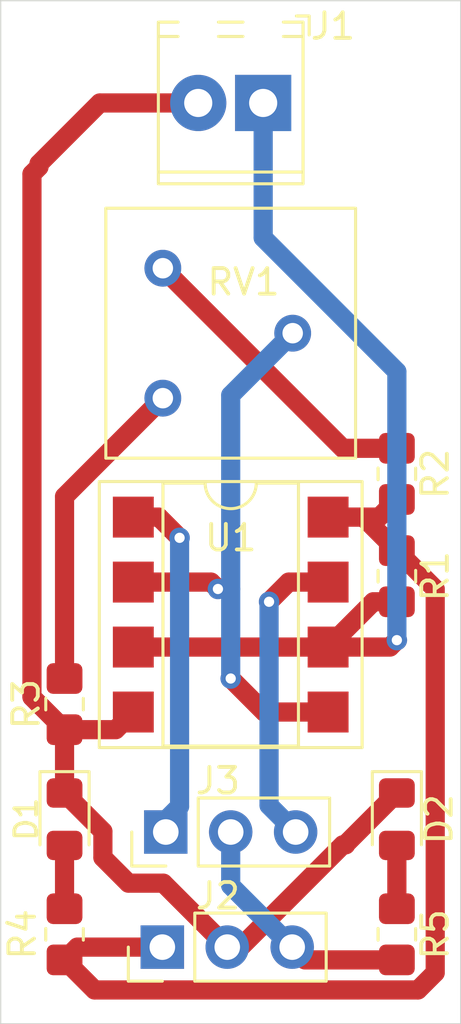
<source format=kicad_pcb>
(kicad_pcb (version 20240108) (generator "pcbnew") (generator_version "8.0")
  (layers (0 "F.Cu" power) (31 "B.Cu" power) (34 "B.Paste" user) (35 "F.Paste" user) (36 "B.SilkS" user "B.Silkscreen") (37 "F.SilkS" user "F.Silkscreen") (38 "B.Mask" user) (39 "F.Mask" user) (44 "Edge.Cuts" user))
  (net 0 "")
  (net 1 "Net-(D1-A)")
  (net 2 "gnd")
  (net 3 "Net-(D2-A)")
  (net 4 "A")
  (net 5 "Vcc")
  (net 6 "Do")
  (net 7 "L")
  (net 8 "H")
  (net 9 "Net-(R2-Pad2)")
  (net 10 "Net-(R3-Pad1)")
  (net 11 "B")
  (footprint "Resistor_SMD:R_0805_2012Metric_Pad1.20x1.40mm_HandSolder" (layer "F.Cu") (at 96 59.5 90)
    (property "Reference" "R2" (at 0 1.5 270) (layer "F.SilkS"))
    (property "Value" "10k")
    (fp_line (start -0.227064 -0.735) (end 0.227064 -0.735) (stroke (width 0.12)) (layer "F.SilkS"))
    (fp_line (start -0.227064 0.735) (end 0.227064 0.735) (stroke (width 0.12)) (layer "F.SilkS"))
    (pad "1" smd roundrect (at -1 0 90) (size 1.2 1.4) (layers "F.Cu" "F.Paste" "F.Mask") (roundrect_rratio 0.208333) (net 5 "Vcc"))
    (pad "2" smd roundrect (at 1 0 90) (size 1.2 1.4) (layers "F.Cu" "F.Paste" "F.Mask") (roundrect_rratio 0.208333) (net 9 "Net-(R2-Pad2)"))
  )
  (footprint "Resistor_SMD:R_0805_2012Metric_Pad1.20x1.40mm_HandSolder" (layer "F.Cu") (at 83 77.5 90)
    (property "Reference" "R4" (at 0 -1.65 270) (layer "F.SilkS"))
    (property "Value" "200")
    (fp_line (start -0.227064 -0.735) (end 0.227064 -0.735) (stroke (width 0.12)) (layer "F.SilkS"))
    (fp_line (start -0.227064 0.735) (end 0.227064 0.735) (stroke (width 0.12)) (layer "F.SilkS"))
    (pad "1" smd roundrect (at -1 0 90) (size 1.2 1.4) (layers "F.Cu" "F.Paste" "F.Mask") (roundrect_rratio 0.208333) (net 5 "Vcc"))
    (pad "2" smd roundrect (at 1 0 90) (size 1.2 1.4) (layers "F.Cu" "F.Paste" "F.Mask") (roundrect_rratio 0.208333) (net 1 "Net-(D1-A)"))
  )
  (footprint "TerminalBlock_Phoenix:TerminalBlock_Phoenix_MPT-0,5-2-2.54_1x02_P2.54mm_Horizontal" (layer "F.Cu") (at 90.77 45 180)
    (property "Reference" "J1" (at -2.73 3 180) (layer "F.SilkS"))
    (property "Value" "Screw_Terminal_01x02")
    (fp_line (start 4.1 -3.16) (end 4.1 3.16) (stroke (width 0.12)) (layer "F.SilkS"))
    (fp_line (start 3.33 3.16) (end 4.1 3.16) (stroke (width 0.12)) (layer "F.SilkS"))
    (fp_line (start 3.33 2.6) (end 4.1 2.6) (stroke (width 0.12)) (layer "F.SilkS"))
    (fp_line (start 0.79 3.16) (end 1.75 3.16) (stroke (width 0.12)) (layer "F.SilkS"))
    (fp_line (start 0.79 2.6) (end 1.75 2.6) (stroke (width 0.12)) (layer "F.SilkS"))
    (fp_line (start -1.56 3.16) (end -0.79 3.16) (stroke (width 0.12)) (layer "F.SilkS"))
    (fp_line (start -1.56 2.6) (end -0.79 2.6) (stroke (width 0.12)) (layer "F.SilkS"))
    (fp_line (start -1.56 -2.7) (end 4.1 -2.7) (stroke (width 0.12)) (layer "F.SilkS"))
    (fp_line (start -1.56 -3.16) (end 4.1 -3.16) (stroke (width 0.12)) (layer "F.SilkS"))
    (fp_line (start -1.56 -3.16) (end -1.56 3.16) (stroke (width 0.12)) (layer "F.SilkS"))
    (fp_line (start -1.8 3.4) (end -1.3 3.4) (stroke (width 0.12)) (layer "F.SilkS"))
    (fp_line (start -1.8 2.66) (end -1.8 3.4) (stroke (width 0.12)) (layer "F.SilkS"))
    (pad "" np_thru_hole circle (at 0 2.54 180) (size 1.1 1.1) (drill 1.1) (layers "*.Cu" "*.Mask"))
    (pad "" np_thru_hole circle (at 2.54 2.54 180) (size 1.1 1.1) (drill 1.1) (layers "*.Cu" "*.Mask"))
    (pad "1" thru_hole rect (at 0 0 180) (size 2.2 2.2) (drill 1.1) (layers "*.Cu" "*.Mask") (net 4 "A"))
    (pad "2" thru_hole circle (at 2.54 0 180) (size 2.2 2.2) (drill 1.1) (layers "*.Cu" "*.Mask") (net 2 "gnd"))
  )
  (footprint "Connector_PinHeader_2.54mm:PinHeader_1x03_P2.54mm_Vertical" (layer "F.Cu") (at 86.825 78 90)
    (property "Reference" "J2" (at 2 2.175 0) (layer "F.SilkS"))
    (property "Value" "Conn_01x03_Pin")
    (fp_line (start -1.33 -1.33) (end 0 -1.33) (stroke (width 0.12)) (layer "F.SilkS"))
    (fp_line (start -1.33 0) (end -1.33 -1.33) (stroke (width 0.12)) (layer "F.SilkS"))
    (fp_line (start 1.33 1.27) (end 1.33 6.41) (stroke (width 0.12)) (layer "F.SilkS"))
    (fp_line (start -1.33 1.27) (end 1.33 1.27) (stroke (width 0.12)) (layer "F.SilkS"))
    (fp_line (start -1.33 1.27) (end -1.33 6.41) (stroke (width 0.12)) (layer "F.SilkS"))
    (fp_line (start -1.33 6.41) (end 1.33 6.41) (stroke (width 0.12)) (layer "F.SilkS"))
    (pad "1" thru_hole rect (at 0 0 90) (size 1.7 1.7) (drill 1) (layers "*.Cu" "*.Mask") (net 5 "Vcc"))
    (pad "2" thru_hole oval (at 0 2.54 90) (size 1.7 1.7) (drill 1) (layers "*.Cu" "*.Mask") (net 2 "gnd"))
    (pad "3" thru_hole oval (at 0 5.08 90) (size 1.7 1.7) (drill 1) (layers "*.Cu" "*.Mask") (net 6 "Do"))
  )
  (footprint "LED_SMD:LED_0805_2012Metric_Pad1.15x1.40mm_HandSolder" (layer "F.Cu") (at 83 73 -90)
    (property "Reference" "D1" (at 0 1.5 90) (layer "F.SilkS") (effects (font (size 0.85 0.85))))
    (property "Value" "LED")
    (fp_line (start -1.86 0.96) (end 1 0.96) (stroke (width 0.12)) (layer "F.SilkS"))
    (fp_line (start -1.86 -0.96) (end -1.86 0.96) (stroke (width 0.12)) (layer "F.SilkS"))
    (fp_line (start 1 -0.96) (end -1.86 -0.96) (stroke (width 0.12)) (layer "F.SilkS"))
    (pad "1" smd roundrect (at -1.025 0 270) (size 1.15 1.4) (layers "F.Cu" "F.Paste" "F.Mask") (roundrect_rratio 0.217391) (net 2 "gnd"))
    (pad "2" smd roundrect (at 1.025 0 270) (size 1.15 1.4) (layers "F.Cu" "F.Paste" "F.Mask") (roundrect_rratio 0.217391) (net 1 "Net-(D1-A)"))
  )
  (footprint "Connector_PinHeader_2.54mm:PinHeader_1x03_P2.54mm_Vertical" (layer "F.Cu") (at 86.96 73.5 90)
    (property "Reference" "J3" (at 2 2.04 0) (layer "F.SilkS"))
    (property "Value" "Conn_01x03_Pin")
    (fp_line (start -1.33 -1.33) (end 0 -1.33) (stroke (width 0.12)) (layer "F.SilkS"))
    (fp_line (start -1.33 0) (end -1.33 -1.33) (stroke (width 0.12)) (layer "F.SilkS"))
    (fp_line (start 1.33 1.27) (end 1.33 6.41) (stroke (width 0.12)) (layer "F.SilkS"))
    (fp_line (start -1.33 1.27) (end 1.33 1.27) (stroke (width 0.12)) (layer "F.SilkS"))
    (fp_line (start -1.33 1.27) (end -1.33 6.41) (stroke (width 0.12)) (layer "F.SilkS"))
    (fp_line (start -1.33 6.41) (end 1.33 6.41) (stroke (width 0.12)) (layer "F.SilkS"))
    (pad "1" thru_hole rect (at 0 0 90) (size 1.7 1.7) (drill 1) (layers "*.Cu" "*.Mask") (net 8 "H"))
    (pad "2" thru_hole oval (at 0 2.54 90) (size 1.7 1.7) (drill 1) (layers "*.Cu" "*.Mask") (net 6 "Do"))
    (pad "3" thru_hole oval (at 0 5.08 90) (size 1.7 1.7) (drill 1) (layers "*.Cu" "*.Mask") (net 7 "L"))
  )
  (footprint "Resistor_SMD:R_0805_2012Metric_Pad1.20x1.40mm_HandSolder" (layer "F.Cu") (at 96 63.5 -90)
    (property "Reference" "R1" (at 0 -1.5 90) (layer "F.SilkS"))
    (property "Value" "10k")
    (fp_line (start -0.227064 0.735) (end 0.227064 0.735) (stroke (width 0.12)) (layer "F.SilkS"))
    (fp_line (start -0.227064 -0.735) (end 0.227064 -0.735) (stroke (width 0.12)) (layer "F.SilkS"))
    (pad "1" smd roundrect (at -1 0 270) (size 1.2 1.4) (layers "F.Cu" "F.Paste" "F.Mask") (roundrect_rratio 0.208333) (net 5 "Vcc"))
    (pad "2" smd roundrect (at 1 0 270) (size 1.2 1.4) (layers "F.Cu" "F.Paste" "F.Mask") (roundrect_rratio 0.208333) (net 4 "A"))
  )
  (footprint "Potentiometer_THT:Potentiometer_Bourns_3386F_Vertical" (layer "F.Cu") (at 86.845 56.54)
    (property "Reference" "RV1" (at 3.155 -4.54 0) (layer "F.SilkS"))
    (property "Value" "100k")
    (fp_line (start -2.23 -7.425) (end -2.23 2.345) (stroke (width 0.12)) (layer "F.SilkS"))
    (fp_line (start -2.23 -7.425) (end 7.54 -7.425) (stroke (width 0.12)) (layer "F.SilkS"))
    (fp_line (start -2.23 2.345) (end 7.54 2.345) (stroke (width 0.12)) (layer "F.SilkS"))
    (fp_line (start 7.54 -7.425) (end 7.54 2.345) (stroke (width 0.12)) (layer "F.SilkS"))
    (pad "1" thru_hole circle (at 0 0) (size 1.44 1.44) (drill 0.8) (layers "*.Cu" "*.Mask") (net 10 "Net-(R3-Pad1)"))
    (pad "2" thru_hole circle (at 5.08 -2.54) (size 1.44 1.44) (drill 0.8) (layers "*.Cu" "*.Mask") (net 11 "B"))
    (pad "3" thru_hole circle (at 0 -5.08) (size 1.44 1.44) (drill 0.8) (layers "*.Cu" "*.Mask") (net 9 "Net-(R2-Pad2)"))
  )
  (footprint "LED_SMD:LED_0805_2012Metric_Pad1.15x1.40mm_HandSolder" (layer "F.Cu") (at 96 73 -90)
    (property "Reference" "D2" (at 0 -1.65 90) (layer "F.SilkS"))
    (property "Value" "LED")
    (fp_line (start -1.86 0.96) (end 1 0.96) (stroke (width 0.12)) (layer "F.SilkS"))
    (fp_line (start -1.86 -0.96) (end -1.86 0.96) (stroke (width 0.12)) (layer "F.SilkS"))
    (fp_line (start 1 -0.96) (end -1.86 -0.96) (stroke (width 0.12)) (layer "F.SilkS"))
    (pad "1" smd roundrect (at -1.025 0 270) (size 1.15 1.4) (layers "F.Cu" "F.Paste" "F.Mask") (roundrect_rratio 0.217391) (net 2 "gnd"))
    (pad "2" smd roundrect (at 1.025 0 270) (size 1.15 1.4) (layers "F.Cu" "F.Paste" "F.Mask") (roundrect_rratio 0.217391) (net 3 "Net-(D2-A)"))
  )
  (footprint "Package_DIP:DIP-8_W7.62mm_SMDSocket_SmallPads" (layer "F.Cu") (at 89.5 65)
    (property "Reference" "U1" (at 0 -3 0) (layer "F.SilkS"))
    (property "Value" "MCP602")
    (fp_line (start -5.14 -5.2) (end -5.14 5.2) (stroke (width 0.12)) (layer "F.SilkS"))
    (fp_line (start -5.14 5.2) (end 5.14 5.2) (stroke (width 0.12)) (layer "F.SilkS"))
    (fp_line (start -2.65 -5.14) (end -2.65 5.14) (stroke (width 0.12)) (layer "F.SilkS"))
    (fp_line (start -2.65 5.14) (end 2.65 5.14) (stroke (width 0.12)) (layer "F.SilkS"))
    (fp_line (start -1 -5.14) (end -2.65 -5.14) (stroke (width 0.12)) (layer "F.SilkS"))
    (fp_line (start 2.65 -5.14) (end 1 -5.14) (stroke (width 0.12)) (layer "F.SilkS"))
    (fp_line (start 2.65 5.14) (end 2.65 -5.14) (stroke (width 0.12)) (layer "F.SilkS"))
    (fp_line (start 5.14 -5.2) (end -5.14 -5.2) (stroke (width 0.12)) (layer "F.SilkS"))
    (fp_line (start 5.14 5.2) (end 5.14 -5.2) (stroke (width 0.12)) (layer "F.SilkS"))
    (fp_arc (start 1 -5.14) (mid 0 -4.14) (end -1 -5.14) (stroke (width 0.12)) (layer "F.SilkS"))
    (pad "1" smd rect (at -3.81 -3.81) (size 1.6 1.6) (layers "F.Cu" "F.Paste" "F.Mask") (net 8 "H"))
    (pad "2" smd rect (at -3.81 -1.27) (size 1.6 1.6) (layers "F.Cu" "F.Paste" "F.Mask") (net 11 "B"))
    (pad "3" smd rect (at -3.81 1.27) (size 1.6 1.6) (layers "F.Cu" "F.Paste" "F.Mask") (net 4 "A"))
    (pad "4" smd rect (at -3.81 3.81) (size 1.6 1.6) (layers "F.Cu" "F.Paste" "F.Mask") (net 2 "gnd"))
    (pad "5" smd rect (at 3.81 3.81) (size 1.6 1.6) (layers "F.Cu" "F.Paste" "F.Mask") (net 11 "B"))
    (pad "6" smd rect (at 3.81 1.27) (size 1.6 1.6) (layers "F.Cu" "F.Paste" "F.Mask") (net 4 "A"))
    (pad "7" smd rect (at 3.81 -1.27) (size 1.6 1.6) (layers "F.Cu" "F.Paste" "F.Mask") (net 7 "L"))
    (pad "8" smd rect (at 3.81 -3.81) (size 1.6 1.6) (layers "F.Cu" "F.Paste" "F.Mask") (net 5 "Vcc"))
  )
  (footprint "Resistor_SMD:R_0805_2012Metric_Pad1.20x1.40mm_HandSolder" (layer "F.Cu") (at 83 68.5 -90)
    (property "Reference" "R3" (at 0 1.5 90) (layer "F.SilkS"))
    (property "Value" "10k")
    (fp_line (start -0.227064 0.735) (end 0.227064 0.735) (stroke (width 0.12)) (layer "F.SilkS"))
    (fp_line (start -0.227064 -0.735) (end 0.227064 -0.735) (stroke (width 0.12)) (layer "F.SilkS"))
    (pad "1" smd roundrect (at -1 0 270) (size 1.2 1.4) (layers "F.Cu" "F.Paste" "F.Mask") (roundrect_rratio 0.208333) (net 10 "Net-(R3-Pad1)"))
    (pad "2" smd roundrect (at 1 0 270) (size 1.2 1.4) (layers "F.Cu" "F.Paste" "F.Mask") (roundrect_rratio 0.208333) (net 2 "gnd"))
  )
  (footprint "Resistor_SMD:R_0805_2012Metric_Pad1.20x1.40mm_HandSolder" (layer "F.Cu") (at 96 77.5 90)
    (property "Reference" "R5" (at 0 1.5 90) (layer "F.SilkS"))
    (property "Value" "200")
    (fp_line (start -0.227064 -0.735) (end 0.227064 -0.735) (stroke (width 0.12)) (layer "F.SilkS"))
    (fp_line (start -0.227064 0.735) (end 0.227064 0.735) (stroke (width 0.12)) (layer "F.SilkS"))
    (pad "1" smd roundrect (at -1 0 90) (size 1.2 1.4) (layers "F.Cu" "F.Paste" "F.Mask") (roundrect_rratio 0.208333) (net 6 "Do"))
    (pad "2" smd roundrect (at 1 0 90) (size 1.2 1.4) (layers "F.Cu" "F.Paste" "F.Mask") (roundrect_rratio 0.208333) (net 3 "Net-(D2-A)"))
  )
  (gr_rect (start 80.5 41) (end 98.5 81) (stroke (width 0.05)) (fill none) (layer "Edge.Cuts"))
  (segment (start 83 76.5) (end 83 74.025) (width 0.75) (layer "F.Cu") (net 1))
  (segment (start 85.5 75.5) (end 86.865 75.5) (width 0.75) (layer "F.Cu") (net 2))
  (segment (start 83 69.5) (end 85 69.5) (width 0.75) (layer "F.Cu") (net 2))
  (segment (start 82 47.38) (end 84.38 45) (width 0.75) (layer "F.Cu") (net 2))
  (segment (start 86.865 75.5) (end 89.365 78) (width 0.75) (layer "F.Cu") (net 2))
  (segment (start 83 71.975) (end 84.5 73.475) (width 0.75) (layer "F.Cu") (net 2))
  (segment (start 94 73.975) (end 94 74) (width 0.75) (layer "F.Cu") (net 2))
  (segment (start 84.38 45) (end 87.73 45) (width 0.75) (layer "F.Cu") (net 2))
  (segment (start 82 47.5) (end 82 47.38) (width 0.75) (layer "F.Cu") (net 2))
  (segment (start 93.889745 74) (end 89.889745 78) (width 0.75) (layer "F.Cu") (net 2))
  (segment (start 94 74) (end 93.889745 74) (width 0.75) (layer "F.Cu") (net 2))
  (segment (start 96 71.975) (end 94 73.975) (width 0.75) (layer "F.Cu") (net 2))
  (segment (start 84.5 73.475) (end 84.5 74.5) (width 0.75) (layer "F.Cu") (net 2))
  (segment (start 81.725 47.775) (end 82 47.5) (width 0.75) (layer "F.Cu") (net 2))
  (segment (start 85 69.5) (end 85.69 68.81) (width 0.75) (layer "F.Cu") (net 2))
  (segment (start 89.889745 78) (end 89.365 78) (width 0.75) (layer "F.Cu") (net 2))
  (segment (start 84.5 74.5) (end 85.5 75.5) (width 0.75) (layer "F.Cu") (net 2))
  (segment (start 87.73 45) (end 88.23 44.5) (width 0.75) (layer "F.Cu") (net 2))
  (segment (start 83 71.975) (end 83 69.5) (width 0.75) (layer "F.Cu") (net 2))
  (segment (start 83 69.5) (end 81.725 68.225) (width 0.75) (layer "F.Cu") (net 2))
  (segment (start 81.725 68.225) (end 81.725 47.775) (width 0.75) (layer "F.Cu") (net 2))
  (segment (start 96 74.025) (end 96 76.5) (width 0.75) (layer "F.Cu") (net 3))
  (segment (start 96 64.5) (end 95.08 64.5) (width 0.75) (layer "F.Cu") (net 4))
  (segment (start 93.31 66.27) (end 85.69 66.27) (width 0.75) (layer "F.Cu") (net 4))
  (segment (start 95.08 64.5) (end 93.31 66.27) (width 0.75) (layer "F.Cu") (net 4))
  (segment (start 95.73 66.27) (end 93.31 66.27) (width 0.75) (layer "F.Cu") (net 4))
  (segment (start 96 66) (end 95.73 66.27) (width 0.75) (layer "F.Cu") (net 4))
  (via (at 96 66) (size 0.8) (drill 0.4) (layers "F.Cu" "B.Cu") (net 4))
  (segment (start 90.77 44.5) (end 90.77 50.27) (width 0.75) (layer "B.Cu") (net 4))
  (segment (start 90.77 50.27) (end 96 55.5) (width 0.75) (layer "B.Cu") (net 4))
  (segment (start 96 55.5) (end 96 66) (width 0.75) (layer "B.Cu") (net 4))
  (segment (start 93.31 61.19) (end 95.31 61.19) (width 0.75) (layer "F.Cu") (net 5))
  (segment (start 83 78.5) (end 84.175 79.675) (width 0.75) (layer "F.Cu") (net 5))
  (segment (start 94.69 61.19) (end 96 62.5) (width 0.75) (layer "F.Cu") (net 5))
  (segment (start 84.175 79.675) (end 96.825 79.675) (width 0.75) (layer "F.Cu") (net 5))
  (segment (start 97.5 64) (end 96 62.5) (width 0.75) (layer "F.Cu") (net 5))
  (segment (start 96.825 79.675) (end 97.5 79) (width 0.75) (layer "F.Cu") (net 5))
  (segment (start 86.825 78) (end 83.5 78) (width 0.75) (layer "F.Cu") (net 5))
  (segment (start 97.5 79) (end 97.5 64) (width 0.75) (layer "F.Cu") (net 5))
  (segment (start 95.31 61.19) (end 96 60.5) (width 0.75) (layer "F.Cu") (net 5))
  (segment (start 93.31 61.19) (end 94.69 61.19) (width 0.75) (layer "F.Cu") (net 5))
  (segment (start 83.5 78) (end 83 78.5) (width 0.75) (layer "F.Cu") (net 5))
  (segment (start 96 78.5) (end 92.405 78.5) (width 0.75) (layer "F.Cu") (net 6))
  (segment (start 92.405 78.5) (end 91.905 78) (width 0.75) (layer "F.Cu") (net 6))
  (segment (start 89.5 75.595) (end 91.905 78) (width 0.75) (layer "B.Cu") (net 6))
  (segment (start 89.5 73.5) (end 89.5 75.595) (width 0.75) (layer "B.Cu") (net 6))
  (segment (start 91.77 63.73) (end 91 64.5) (width 0.75) (layer "F.Cu") (net 7))
  (segment (start 93.31 63.73) (end 91.77 63.73) (width 0.75) (layer "F.Cu") (net 7))
  (via (at 91 64.5) (size 0.8) (drill 0.4) (layers "F.Cu" "B.Cu") (net 7))
  (segment (start 92.04 73.5) (end 91 72.46) (width 0.75) (layer "B.Cu") (net 7))
  (segment (start 91 72.46) (end 91 64.5) (width 0.75) (layer "B.Cu") (net 7))
  (segment (start 85.69 61.19) (end 86.69 61.19) (width 0.75) (layer "F.Cu") (net 8))
  (segment (start 86.69 61.19) (end 87.5 62) (width 0.75) (layer "F.Cu") (net 8))
  (via (at 87.5 62) (size 0.8) (drill 0.4) (layers "F.Cu" "B.Cu") (net 8))
  (segment (start 87.5 72.5) (end 87.5 62) (width 0.75) (layer "B.Cu") (net 8))
  (segment (start 86.96 73.5) (end 86.96 73.04) (width 0.75) (layer "B.Cu") (net 8))
  (segment (start 86.96 73.04) (end 87.5 72.5) (width 0.75) (layer "B.Cu") (net 8))
  (segment (start 93.885 58.5) (end 96 58.5) (width 0.75) (layer "F.Cu") (net 9))
  (segment (start 86.845 51.46) (end 93.885 58.5) (width 0.75) (layer "F.Cu") (net 9))
  (segment (start 83 67.5) (end 83 60.385) (width 0.75) (layer "F.Cu") (net 10))
  (segment (start 83 60.385) (end 86.845 56.54) (width 0.75) (layer "F.Cu") (net 10))
  (segment (start 93.31 68.81) (end 90.81 68.81) (width 0.75) (layer "F.Cu") (net 11))
  (segment (start 88.73 63.73) (end 89 64) (width 0.75) (layer "F.Cu") (net 11))
  (segment (start 90.81 68.81) (end 89.5 67.5) (width 0.75) (layer "F.Cu") (net 11))
  (segment (start 85.69 63.73) (end 88.73 63.73) (width 0.75) (layer "F.Cu") (net 11))
  (via (at 89.5 67.5) (size 0.8) (drill 0.4) (layers "F.Cu" "B.Cu") (net 11))
  (via (at 89 64) (size 0.8) (drill 0.4) (layers "F.Cu" "B.Cu") (net 11))
  (segment (start 91.925 54) (end 89.5 56.425) (width 0.75) (layer "B.Cu") (net 11))
  (segment (start 89.5 56.425) (end 89.5 64) (width 0.75) (layer "B.Cu") (net 11))
  (segment (start 89.5 64) (end 89 64) (width 0.75) (layer "B.Cu") (net 11))
  (segment (start 89.5 64) (end 89.5 67.5) (width 0.75) (layer "B.Cu") (net 11))
)
</source>
